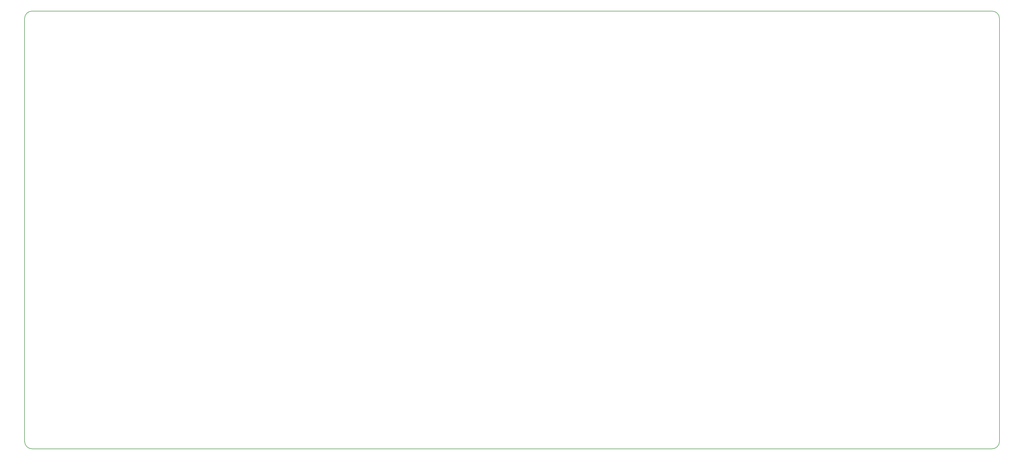
<source format=gbr>
G04 #@! TF.GenerationSoftware,KiCad,Pcbnew,(5.1.0)-1*
G04 #@! TF.CreationDate,2019-10-14T09:58:57-07:00*
G04 #@! TF.ProjectId,Omega-Mainboard,4f6d6567-612d-44d6-9169-6e626f617264,rev?*
G04 #@! TF.SameCoordinates,Original*
G04 #@! TF.FileFunction,Profile,NP*
%FSLAX46Y46*%
G04 Gerber Fmt 4.6, Leading zero omitted, Abs format (unit mm)*
G04 Created by KiCad (PCBNEW (5.1.0)-1) date 2019-10-14 09:58:57*
%MOMM*%
%LPD*%
G04 APERTURE LIST*
%ADD10C,0.150000*%
G04 APERTURE END LIST*
D10*
X15240000Y-12700000D02*
X343535000Y-12700000D01*
X12700000Y-160020000D02*
X12700000Y-15240000D01*
X346075000Y-160020000D02*
X346075000Y-15240000D01*
X346075000Y-15240000D02*
G75*
G03X343535000Y-12700000I-2540000J0D01*
G01*
X343535000Y-162560000D02*
X15240000Y-162560000D01*
X343535000Y-162560000D02*
G75*
G03X346075000Y-160020000I0J2540000D01*
G01*
X15240000Y-12700000D02*
G75*
G03X12700000Y-15240000I0J-2540000D01*
G01*
X12700000Y-160020000D02*
G75*
G03X15240000Y-162560000I2540000J0D01*
G01*
M02*

</source>
